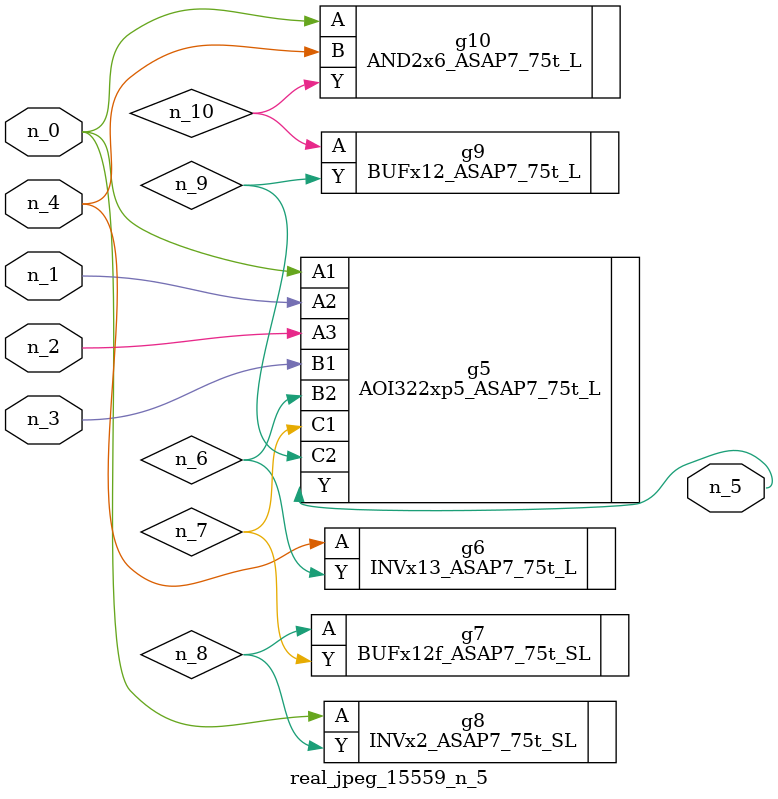
<source format=v>
module real_jpeg_15559_n_5 (n_4, n_0, n_1, n_2, n_3, n_5);

input n_4;
input n_0;
input n_1;
input n_2;
input n_3;

output n_5;

wire n_8;
wire n_6;
wire n_7;
wire n_10;
wire n_9;

AOI322xp5_ASAP7_75t_L g5 ( 
.A1(n_0),
.A2(n_1),
.A3(n_2),
.B1(n_3),
.B2(n_6),
.C1(n_7),
.C2(n_9),
.Y(n_5)
);

INVx2_ASAP7_75t_SL g8 ( 
.A(n_0),
.Y(n_8)
);

AND2x6_ASAP7_75t_L g10 ( 
.A(n_0),
.B(n_4),
.Y(n_10)
);

INVx13_ASAP7_75t_L g6 ( 
.A(n_4),
.Y(n_6)
);

BUFx12f_ASAP7_75t_SL g7 ( 
.A(n_8),
.Y(n_7)
);

BUFx12_ASAP7_75t_L g9 ( 
.A(n_10),
.Y(n_9)
);


endmodule
</source>
